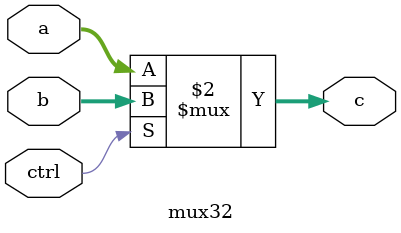
<source format=v>
`timescale 1ns / 1ps
module mux32(
input [31:0]a,b,
output [31:0]c,
input wire ctrl
    );
	assign c=(ctrl==0)?a:b;
endmodule

</source>
